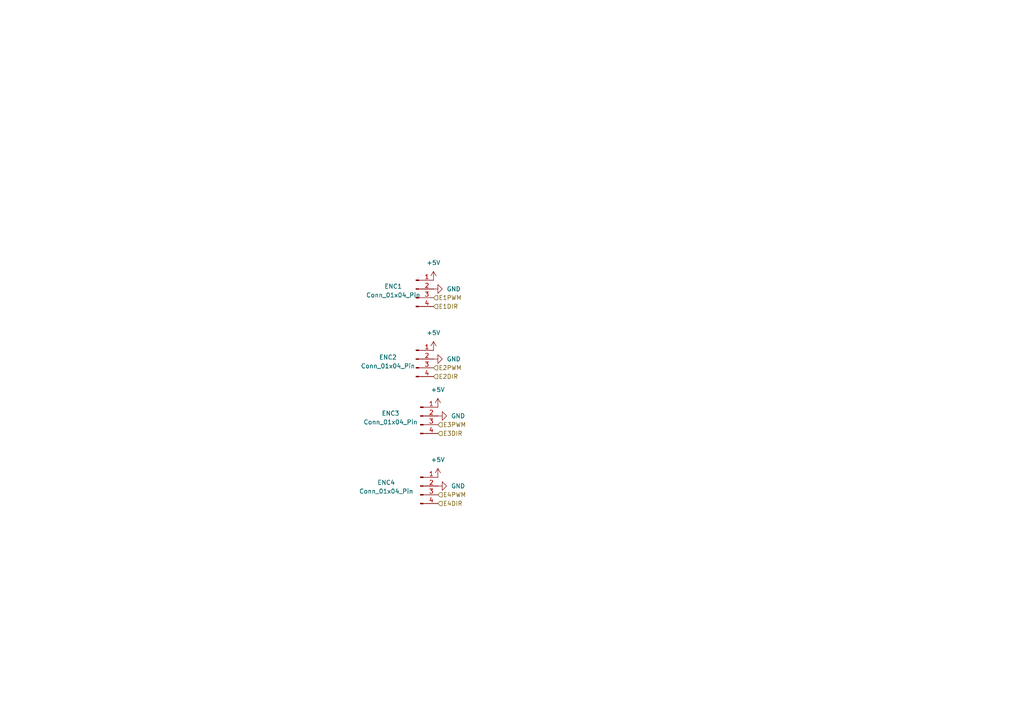
<source format=kicad_sch>
(kicad_sch
	(version 20231120)
	(generator "eeschema")
	(generator_version "8.0")
	(uuid "41220adb-d67f-46fc-b474-38f616000aeb")
	(paper "A4")
	(lib_symbols
		(symbol "Connector:Conn_01x04_Pin"
			(pin_names
				(offset 1.016) hide)
			(exclude_from_sim no)
			(in_bom yes)
			(on_board yes)
			(property "Reference" "J"
				(at 0 5.08 0)
				(effects
					(font
						(size 1.27 1.27)
					)
				)
			)
			(property "Value" "Conn_01x04_Pin"
				(at 0 -7.62 0)
				(effects
					(font
						(size 1.27 1.27)
					)
				)
			)
			(property "Footprint" ""
				(at 0 0 0)
				(effects
					(font
						(size 1.27 1.27)
					)
					(hide yes)
				)
			)
			(property "Datasheet" "~"
				(at 0 0 0)
				(effects
					(font
						(size 1.27 1.27)
					)
					(hide yes)
				)
			)
			(property "Description" "Generic connector, single row, 01x04, script generated"
				(at 0 0 0)
				(effects
					(font
						(size 1.27 1.27)
					)
					(hide yes)
				)
			)
			(property "ki_locked" ""
				(at 0 0 0)
				(effects
					(font
						(size 1.27 1.27)
					)
				)
			)
			(property "ki_keywords" "connector"
				(at 0 0 0)
				(effects
					(font
						(size 1.27 1.27)
					)
					(hide yes)
				)
			)
			(property "ki_fp_filters" "Connector*:*_1x??_*"
				(at 0 0 0)
				(effects
					(font
						(size 1.27 1.27)
					)
					(hide yes)
				)
			)
			(symbol "Conn_01x04_Pin_1_1"
				(polyline
					(pts
						(xy 1.27 -5.08) (xy 0.8636 -5.08)
					)
					(stroke
						(width 0.1524)
						(type default)
					)
					(fill
						(type none)
					)
				)
				(polyline
					(pts
						(xy 1.27 -2.54) (xy 0.8636 -2.54)
					)
					(stroke
						(width 0.1524)
						(type default)
					)
					(fill
						(type none)
					)
				)
				(polyline
					(pts
						(xy 1.27 0) (xy 0.8636 0)
					)
					(stroke
						(width 0.1524)
						(type default)
					)
					(fill
						(type none)
					)
				)
				(polyline
					(pts
						(xy 1.27 2.54) (xy 0.8636 2.54)
					)
					(stroke
						(width 0.1524)
						(type default)
					)
					(fill
						(type none)
					)
				)
				(rectangle
					(start 0.8636 -4.953)
					(end 0 -5.207)
					(stroke
						(width 0.1524)
						(type default)
					)
					(fill
						(type outline)
					)
				)
				(rectangle
					(start 0.8636 -2.413)
					(end 0 -2.667)
					(stroke
						(width 0.1524)
						(type default)
					)
					(fill
						(type outline)
					)
				)
				(rectangle
					(start 0.8636 0.127)
					(end 0 -0.127)
					(stroke
						(width 0.1524)
						(type default)
					)
					(fill
						(type outline)
					)
				)
				(rectangle
					(start 0.8636 2.667)
					(end 0 2.413)
					(stroke
						(width 0.1524)
						(type default)
					)
					(fill
						(type outline)
					)
				)
				(pin passive line
					(at 5.08 2.54 180)
					(length 3.81)
					(name "Pin_1"
						(effects
							(font
								(size 1.27 1.27)
							)
						)
					)
					(number "1"
						(effects
							(font
								(size 1.27 1.27)
							)
						)
					)
				)
				(pin passive line
					(at 5.08 0 180)
					(length 3.81)
					(name "Pin_2"
						(effects
							(font
								(size 1.27 1.27)
							)
						)
					)
					(number "2"
						(effects
							(font
								(size 1.27 1.27)
							)
						)
					)
				)
				(pin passive line
					(at 5.08 -2.54 180)
					(length 3.81)
					(name "Pin_3"
						(effects
							(font
								(size 1.27 1.27)
							)
						)
					)
					(number "3"
						(effects
							(font
								(size 1.27 1.27)
							)
						)
					)
				)
				(pin passive line
					(at 5.08 -5.08 180)
					(length 3.81)
					(name "Pin_4"
						(effects
							(font
								(size 1.27 1.27)
							)
						)
					)
					(number "4"
						(effects
							(font
								(size 1.27 1.27)
							)
						)
					)
				)
			)
		)
		(symbol "power:+5V"
			(power)
			(pin_numbers hide)
			(pin_names
				(offset 0) hide)
			(exclude_from_sim no)
			(in_bom yes)
			(on_board yes)
			(property "Reference" "#PWR"
				(at 0 -3.81 0)
				(effects
					(font
						(size 1.27 1.27)
					)
					(hide yes)
				)
			)
			(property "Value" "+5V"
				(at 0 3.556 0)
				(effects
					(font
						(size 1.27 1.27)
					)
				)
			)
			(property "Footprint" ""
				(at 0 0 0)
				(effects
					(font
						(size 1.27 1.27)
					)
					(hide yes)
				)
			)
			(property "Datasheet" ""
				(at 0 0 0)
				(effects
					(font
						(size 1.27 1.27)
					)
					(hide yes)
				)
			)
			(property "Description" "Power symbol creates a global label with name \"+5V\""
				(at 0 0 0)
				(effects
					(font
						(size 1.27 1.27)
					)
					(hide yes)
				)
			)
			(property "ki_keywords" "global power"
				(at 0 0 0)
				(effects
					(font
						(size 1.27 1.27)
					)
					(hide yes)
				)
			)
			(symbol "+5V_0_1"
				(polyline
					(pts
						(xy -0.762 1.27) (xy 0 2.54)
					)
					(stroke
						(width 0)
						(type default)
					)
					(fill
						(type none)
					)
				)
				(polyline
					(pts
						(xy 0 0) (xy 0 2.54)
					)
					(stroke
						(width 0)
						(type default)
					)
					(fill
						(type none)
					)
				)
				(polyline
					(pts
						(xy 0 2.54) (xy 0.762 1.27)
					)
					(stroke
						(width 0)
						(type default)
					)
					(fill
						(type none)
					)
				)
			)
			(symbol "+5V_1_1"
				(pin power_in line
					(at 0 0 90)
					(length 0)
					(name "~"
						(effects
							(font
								(size 1.27 1.27)
							)
						)
					)
					(number "1"
						(effects
							(font
								(size 1.27 1.27)
							)
						)
					)
				)
			)
		)
		(symbol "power:GND"
			(power)
			(pin_numbers hide)
			(pin_names
				(offset 0) hide)
			(exclude_from_sim no)
			(in_bom yes)
			(on_board yes)
			(property "Reference" "#PWR"
				(at 0 -6.35 0)
				(effects
					(font
						(size 1.27 1.27)
					)
					(hide yes)
				)
			)
			(property "Value" "GND"
				(at 0 -3.81 0)
				(effects
					(font
						(size 1.27 1.27)
					)
				)
			)
			(property "Footprint" ""
				(at 0 0 0)
				(effects
					(font
						(size 1.27 1.27)
					)
					(hide yes)
				)
			)
			(property "Datasheet" ""
				(at 0 0 0)
				(effects
					(font
						(size 1.27 1.27)
					)
					(hide yes)
				)
			)
			(property "Description" "Power symbol creates a global label with name \"GND\" , ground"
				(at 0 0 0)
				(effects
					(font
						(size 1.27 1.27)
					)
					(hide yes)
				)
			)
			(property "ki_keywords" "global power"
				(at 0 0 0)
				(effects
					(font
						(size 1.27 1.27)
					)
					(hide yes)
				)
			)
			(symbol "GND_0_1"
				(polyline
					(pts
						(xy 0 0) (xy 0 -1.27) (xy 1.27 -1.27) (xy 0 -2.54) (xy -1.27 -1.27) (xy 0 -1.27)
					)
					(stroke
						(width 0)
						(type default)
					)
					(fill
						(type none)
					)
				)
			)
			(symbol "GND_1_1"
				(pin power_in line
					(at 0 0 270)
					(length 0)
					(name "~"
						(effects
							(font
								(size 1.27 1.27)
							)
						)
					)
					(number "1"
						(effects
							(font
								(size 1.27 1.27)
							)
						)
					)
				)
			)
		)
	)
	(hierarchical_label "E3PWM"
		(shape input)
		(at 127 123.19 0)
		(fields_autoplaced yes)
		(effects
			(font
				(size 1.27 1.27)
			)
			(justify left)
		)
		(uuid "175b54be-814a-4b89-b778-aa45b4224499")
	)
	(hierarchical_label "E2DIR"
		(shape input)
		(at 125.73 109.22 0)
		(fields_autoplaced yes)
		(effects
			(font
				(size 1.27 1.27)
			)
			(justify left)
		)
		(uuid "2edcab8b-bda7-43b0-b33a-45aed8728a13")
	)
	(hierarchical_label "E2PWM"
		(shape input)
		(at 125.73 106.68 0)
		(fields_autoplaced yes)
		(effects
			(font
				(size 1.27 1.27)
			)
			(justify left)
		)
		(uuid "38349bbe-ffff-48d1-983b-8afe7d6cd797")
	)
	(hierarchical_label "E1PWM"
		(shape input)
		(at 125.73 86.36 0)
		(fields_autoplaced yes)
		(effects
			(font
				(size 1.27 1.27)
			)
			(justify left)
		)
		(uuid "3b6a821b-6c46-49e5-aa97-fd87f9732d35")
	)
	(hierarchical_label "E3DIR"
		(shape input)
		(at 127 125.73 0)
		(fields_autoplaced yes)
		(effects
			(font
				(size 1.27 1.27)
			)
			(justify left)
		)
		(uuid "7aa2ce9c-5b7a-49d9-a6ed-f8855b17c15a")
	)
	(hierarchical_label "E4DIR"
		(shape input)
		(at 127 146.05 0)
		(fields_autoplaced yes)
		(effects
			(font
				(size 1.27 1.27)
			)
			(justify left)
		)
		(uuid "85c81f75-8abf-4d54-a2d8-eb2e88dc444f")
	)
	(hierarchical_label "E1DIR"
		(shape input)
		(at 125.73 88.9 0)
		(fields_autoplaced yes)
		(effects
			(font
				(size 1.27 1.27)
			)
			(justify left)
		)
		(uuid "e3582828-df4c-47d6-88ed-463653b731df")
	)
	(hierarchical_label "E4PWM"
		(shape input)
		(at 127 143.51 0)
		(fields_autoplaced yes)
		(effects
			(font
				(size 1.27 1.27)
			)
			(justify left)
		)
		(uuid "ebccca5d-1222-4511-9294-61d8e620b1f8")
	)
	(symbol
		(lib_id "power:+5V")
		(at 125.73 101.6 0)
		(unit 1)
		(exclude_from_sim no)
		(in_bom yes)
		(on_board yes)
		(dnp no)
		(fields_autoplaced yes)
		(uuid "03d0c264-9583-4742-b563-905615e2e6b9")
		(property "Reference" "#PWR022"
			(at 125.73 105.41 0)
			(effects
				(font
					(size 1.27 1.27)
				)
				(hide yes)
			)
		)
		(property "Value" "+5V"
			(at 125.73 96.52 0)
			(effects
				(font
					(size 1.27 1.27)
				)
			)
		)
		(property "Footprint" ""
			(at 125.73 101.6 0)
			(effects
				(font
					(size 1.27 1.27)
				)
				(hide yes)
			)
		)
		(property "Datasheet" ""
			(at 125.73 101.6 0)
			(effects
				(font
					(size 1.27 1.27)
				)
				(hide yes)
			)
		)
		(property "Description" "Power symbol creates a global label with name \"+5V\""
			(at 125.73 101.6 0)
			(effects
				(font
					(size 1.27 1.27)
				)
				(hide yes)
			)
		)
		(pin "1"
			(uuid "1fed9d01-896b-4e1a-ada1-92d5d5c598cc")
		)
		(instances
			(project "PCB_CDFR"
				(path "/3c3cb7cd-e8cc-430c-ac5b-45b76eff6266/ed53bf4e-548e-47e8-989a-d3cfce8faee9"
					(reference "#PWR022")
					(unit 1)
				)
			)
		)
	)
	(symbol
		(lib_id "power:+5V")
		(at 125.73 81.28 0)
		(unit 1)
		(exclude_from_sim no)
		(in_bom yes)
		(on_board yes)
		(dnp no)
		(fields_autoplaced yes)
		(uuid "08403f99-f5e6-48a5-984f-6cca8fcd9615")
		(property "Reference" "#PWR010"
			(at 125.73 85.09 0)
			(effects
				(font
					(size 1.27 1.27)
				)
				(hide yes)
			)
		)
		(property "Value" "+5V"
			(at 125.73 76.2 0)
			(effects
				(font
					(size 1.27 1.27)
				)
			)
		)
		(property "Footprint" ""
			(at 125.73 81.28 0)
			(effects
				(font
					(size 1.27 1.27)
				)
				(hide yes)
			)
		)
		(property "Datasheet" ""
			(at 125.73 81.28 0)
			(effects
				(font
					(size 1.27 1.27)
				)
				(hide yes)
			)
		)
		(property "Description" "Power symbol creates a global label with name \"+5V\""
			(at 125.73 81.28 0)
			(effects
				(font
					(size 1.27 1.27)
				)
				(hide yes)
			)
		)
		(pin "1"
			(uuid "767ee3a0-3604-421f-9805-bb76abecc3ae")
		)
		(instances
			(project "PCB_CDFR"
				(path "/3c3cb7cd-e8cc-430c-ac5b-45b76eff6266/ed53bf4e-548e-47e8-989a-d3cfce8faee9"
					(reference "#PWR010")
					(unit 1)
				)
			)
		)
	)
	(symbol
		(lib_id "Connector:Conn_01x04_Pin")
		(at 120.65 104.14 0)
		(unit 1)
		(exclude_from_sim no)
		(in_bom yes)
		(on_board yes)
		(dnp no)
		(uuid "385a24d0-45b4-4e2e-a7d5-3f400fdaaba3")
		(property "Reference" "ENC2"
			(at 112.522 103.632 0)
			(effects
				(font
					(size 1.27 1.27)
				)
			)
		)
		(property "Value" "Conn_01x04_Pin"
			(at 112.522 106.172 0)
			(effects
				(font
					(size 1.27 1.27)
				)
			)
		)
		(property "Footprint" "Connector_JST:JST_XH_B4B-XH-A_1x04_P2.50mm_Vertical"
			(at 120.65 104.14 0)
			(effects
				(font
					(size 1.27 1.27)
				)
				(hide yes)
			)
		)
		(property "Datasheet" "~"
			(at 120.65 104.14 0)
			(effects
				(font
					(size 1.27 1.27)
				)
				(hide yes)
			)
		)
		(property "Description" "Generic connector, single row, 01x04, script generated"
			(at 120.65 104.14 0)
			(effects
				(font
					(size 1.27 1.27)
				)
				(hide yes)
			)
		)
		(pin "2"
			(uuid "f9a45437-246e-4dd9-9bdb-7a68e275b2ae")
		)
		(pin "3"
			(uuid "0c207e86-cafe-4f7f-8233-4618079fda08")
		)
		(pin "1"
			(uuid "72610a0e-5810-4bf2-b1bf-6d1ff4c0e292")
		)
		(pin "4"
			(uuid "c78ba5c6-27cc-4a76-aeac-e915fe96df98")
		)
		(instances
			(project "PCB_CDFR"
				(path "/3c3cb7cd-e8cc-430c-ac5b-45b76eff6266/ed53bf4e-548e-47e8-989a-d3cfce8faee9"
					(reference "ENC2")
					(unit 1)
				)
			)
		)
	)
	(symbol
		(lib_id "power:GND")
		(at 125.73 104.14 90)
		(unit 1)
		(exclude_from_sim no)
		(in_bom yes)
		(on_board yes)
		(dnp no)
		(fields_autoplaced yes)
		(uuid "6e697171-ce22-4b03-84f8-bb346961cf33")
		(property "Reference" "#PWR023"
			(at 132.08 104.14 0)
			(effects
				(font
					(size 1.27 1.27)
				)
				(hide yes)
			)
		)
		(property "Value" "GND"
			(at 129.54 104.1399 90)
			(effects
				(font
					(size 1.27 1.27)
				)
				(justify right)
			)
		)
		(property "Footprint" ""
			(at 125.73 104.14 0)
			(effects
				(font
					(size 1.27 1.27)
				)
				(hide yes)
			)
		)
		(property "Datasheet" ""
			(at 125.73 104.14 0)
			(effects
				(font
					(size 1.27 1.27)
				)
				(hide yes)
			)
		)
		(property "Description" "Power symbol creates a global label with name \"GND\" , ground"
			(at 125.73 104.14 0)
			(effects
				(font
					(size 1.27 1.27)
				)
				(hide yes)
			)
		)
		(pin "1"
			(uuid "8ab4e5e6-f438-4349-9feb-8414baa0aa0b")
		)
		(instances
			(project "PCB_CDFR"
				(path "/3c3cb7cd-e8cc-430c-ac5b-45b76eff6266/ed53bf4e-548e-47e8-989a-d3cfce8faee9"
					(reference "#PWR023")
					(unit 1)
				)
			)
		)
	)
	(symbol
		(lib_id "power:+5V")
		(at 127 138.43 0)
		(unit 1)
		(exclude_from_sim no)
		(in_bom yes)
		(on_board yes)
		(dnp no)
		(fields_autoplaced yes)
		(uuid "70f59a91-f488-4d20-bcf8-f294b841b0ac")
		(property "Reference" "#PWR052"
			(at 127 142.24 0)
			(effects
				(font
					(size 1.27 1.27)
				)
				(hide yes)
			)
		)
		(property "Value" "+5V"
			(at 127 133.35 0)
			(effects
				(font
					(size 1.27 1.27)
				)
			)
		)
		(property "Footprint" ""
			(at 127 138.43 0)
			(effects
				(font
					(size 1.27 1.27)
				)
				(hide yes)
			)
		)
		(property "Datasheet" ""
			(at 127 138.43 0)
			(effects
				(font
					(size 1.27 1.27)
				)
				(hide yes)
			)
		)
		(property "Description" "Power symbol creates a global label with name \"+5V\""
			(at 127 138.43 0)
			(effects
				(font
					(size 1.27 1.27)
				)
				(hide yes)
			)
		)
		(pin "1"
			(uuid "c8d7d1b6-6a63-405e-b762-3098821c9452")
		)
		(instances
			(project "PCB_CDFR"
				(path "/3c3cb7cd-e8cc-430c-ac5b-45b76eff6266/ed53bf4e-548e-47e8-989a-d3cfce8faee9"
					(reference "#PWR052")
					(unit 1)
				)
			)
		)
	)
	(symbol
		(lib_id "Connector:Conn_01x04_Pin")
		(at 120.65 83.82 0)
		(unit 1)
		(exclude_from_sim no)
		(in_bom yes)
		(on_board yes)
		(dnp no)
		(uuid "72fdf503-3a25-4ece-8a40-f88269d9f149")
		(property "Reference" "ENC1"
			(at 114.046 83.058 0)
			(effects
				(font
					(size 1.27 1.27)
				)
			)
		)
		(property "Value" "Conn_01x04_Pin"
			(at 114.046 85.598 0)
			(effects
				(font
					(size 1.27 1.27)
				)
			)
		)
		(property "Footprint" "Connector_JST:JST_XH_B4B-XH-A_1x04_P2.50mm_Vertical"
			(at 120.65 83.82 0)
			(effects
				(font
					(size 1.27 1.27)
				)
				(hide yes)
			)
		)
		(property "Datasheet" "~"
			(at 120.65 83.82 0)
			(effects
				(font
					(size 1.27 1.27)
				)
				(hide yes)
			)
		)
		(property "Description" "Generic connector, single row, 01x04, script generated"
			(at 120.65 83.82 0)
			(effects
				(font
					(size 1.27 1.27)
				)
				(hide yes)
			)
		)
		(pin "2"
			(uuid "a2f223a8-ccb6-4cc2-a4d1-2d2e9ba16984")
		)
		(pin "3"
			(uuid "ecc1219b-176b-4282-838b-33f0bb4df76c")
		)
		(pin "1"
			(uuid "129dfa3f-91ff-415f-bba5-9e9c2fda0f57")
		)
		(pin "4"
			(uuid "7fcb08ce-3cb2-4553-875c-3aa04176d3a2")
		)
		(instances
			(project ""
				(path "/3c3cb7cd-e8cc-430c-ac5b-45b76eff6266/ed53bf4e-548e-47e8-989a-d3cfce8faee9"
					(reference "ENC1")
					(unit 1)
				)
			)
		)
	)
	(symbol
		(lib_id "Connector:Conn_01x04_Pin")
		(at 121.92 140.97 0)
		(unit 1)
		(exclude_from_sim no)
		(in_bom yes)
		(on_board yes)
		(dnp no)
		(uuid "7b4db186-1bd9-400b-869f-d2ce912f651e")
		(property "Reference" "ENC4"
			(at 112.014 139.954 0)
			(effects
				(font
					(size 1.27 1.27)
				)
			)
		)
		(property "Value" "Conn_01x04_Pin"
			(at 112.014 142.494 0)
			(effects
				(font
					(size 1.27 1.27)
				)
			)
		)
		(property "Footprint" "Connector_JST:JST_XH_B4B-XH-A_1x04_P2.50mm_Vertical"
			(at 121.92 140.97 0)
			(effects
				(font
					(size 1.27 1.27)
				)
				(hide yes)
			)
		)
		(property "Datasheet" "~"
			(at 121.92 140.97 0)
			(effects
				(font
					(size 1.27 1.27)
				)
				(hide yes)
			)
		)
		(property "Description" "Generic connector, single row, 01x04, script generated"
			(at 121.92 140.97 0)
			(effects
				(font
					(size 1.27 1.27)
				)
				(hide yes)
			)
		)
		(pin "2"
			(uuid "8f684de3-c372-4d3e-aa5f-cbd14a7f7751")
		)
		(pin "3"
			(uuid "a77de0d6-594d-495b-bd5d-8a74ed60d73c")
		)
		(pin "1"
			(uuid "0088848e-adbb-4f36-99d7-0c5623aa83a4")
		)
		(pin "4"
			(uuid "5e2b915c-33b6-47ff-bf9d-704f17d749bd")
		)
		(instances
			(project "PCB_CDFR"
				(path "/3c3cb7cd-e8cc-430c-ac5b-45b76eff6266/ed53bf4e-548e-47e8-989a-d3cfce8faee9"
					(reference "ENC4")
					(unit 1)
				)
			)
		)
	)
	(symbol
		(lib_id "power:GND")
		(at 127 120.65 90)
		(unit 1)
		(exclude_from_sim no)
		(in_bom yes)
		(on_board yes)
		(dnp no)
		(fields_autoplaced yes)
		(uuid "cb07eaf7-1de9-4af2-ab21-9002a8cdb22c")
		(property "Reference" "#PWR051"
			(at 133.35 120.65 0)
			(effects
				(font
					(size 1.27 1.27)
				)
				(hide yes)
			)
		)
		(property "Value" "GND"
			(at 130.81 120.6499 90)
			(effects
				(font
					(size 1.27 1.27)
				)
				(justify right)
			)
		)
		(property "Footprint" ""
			(at 127 120.65 0)
			(effects
				(font
					(size 1.27 1.27)
				)
				(hide yes)
			)
		)
		(property "Datasheet" ""
			(at 127 120.65 0)
			(effects
				(font
					(size 1.27 1.27)
				)
				(hide yes)
			)
		)
		(property "Description" "Power symbol creates a global label with name \"GND\" , ground"
			(at 127 120.65 0)
			(effects
				(font
					(size 1.27 1.27)
				)
				(hide yes)
			)
		)
		(pin "1"
			(uuid "6ef42a61-aced-482a-9279-8b39d2e2c8c7")
		)
		(instances
			(project "PCB_CDFR"
				(path "/3c3cb7cd-e8cc-430c-ac5b-45b76eff6266/ed53bf4e-548e-47e8-989a-d3cfce8faee9"
					(reference "#PWR051")
					(unit 1)
				)
			)
		)
	)
	(symbol
		(lib_id "power:+5V")
		(at 127 118.11 0)
		(unit 1)
		(exclude_from_sim no)
		(in_bom yes)
		(on_board yes)
		(dnp no)
		(fields_autoplaced yes)
		(uuid "cb0f2c41-b5d4-47b9-a765-110658e1d851")
		(property "Reference" "#PWR038"
			(at 127 121.92 0)
			(effects
				(font
					(size 1.27 1.27)
				)
				(hide yes)
			)
		)
		(property "Value" "+5V"
			(at 127 113.03 0)
			(effects
				(font
					(size 1.27 1.27)
				)
			)
		)
		(property "Footprint" ""
			(at 127 118.11 0)
			(effects
				(font
					(size 1.27 1.27)
				)
				(hide yes)
			)
		)
		(property "Datasheet" ""
			(at 127 118.11 0)
			(effects
				(font
					(size 1.27 1.27)
				)
				(hide yes)
			)
		)
		(property "Description" "Power symbol creates a global label with name \"+5V\""
			(at 127 118.11 0)
			(effects
				(font
					(size 1.27 1.27)
				)
				(hide yes)
			)
		)
		(pin "1"
			(uuid "0f0c1650-9f05-4dee-9f3b-08e2469117e1")
		)
		(instances
			(project "PCB_CDFR"
				(path "/3c3cb7cd-e8cc-430c-ac5b-45b76eff6266/ed53bf4e-548e-47e8-989a-d3cfce8faee9"
					(reference "#PWR038")
					(unit 1)
				)
			)
		)
	)
	(symbol
		(lib_id "power:GND")
		(at 125.73 83.82 90)
		(unit 1)
		(exclude_from_sim no)
		(in_bom yes)
		(on_board yes)
		(dnp no)
		(fields_autoplaced yes)
		(uuid "dfda01f8-89eb-4359-9f43-28d1ba8319a1")
		(property "Reference" "#PWR011"
			(at 132.08 83.82 0)
			(effects
				(font
					(size 1.27 1.27)
				)
				(hide yes)
			)
		)
		(property "Value" "GND"
			(at 129.54 83.8199 90)
			(effects
				(font
					(size 1.27 1.27)
				)
				(justify right)
			)
		)
		(property "Footprint" ""
			(at 125.73 83.82 0)
			(effects
				(font
					(size 1.27 1.27)
				)
				(hide yes)
			)
		)
		(property "Datasheet" ""
			(at 125.73 83.82 0)
			(effects
				(font
					(size 1.27 1.27)
				)
				(hide yes)
			)
		)
		(property "Description" "Power symbol creates a global label with name \"GND\" , ground"
			(at 125.73 83.82 0)
			(effects
				(font
					(size 1.27 1.27)
				)
				(hide yes)
			)
		)
		(pin "1"
			(uuid "a13ad4be-adaf-4b92-9a7c-d01973a81f48")
		)
		(instances
			(project "PCB_CDFR"
				(path "/3c3cb7cd-e8cc-430c-ac5b-45b76eff6266/ed53bf4e-548e-47e8-989a-d3cfce8faee9"
					(reference "#PWR011")
					(unit 1)
				)
			)
		)
	)
	(symbol
		(lib_id "Connector:Conn_01x04_Pin")
		(at 121.92 120.65 0)
		(unit 1)
		(exclude_from_sim no)
		(in_bom yes)
		(on_board yes)
		(dnp no)
		(uuid "f7fbdfe4-1456-4ea5-8a7e-6389389429d6")
		(property "Reference" "ENC3"
			(at 113.284 119.888 0)
			(effects
				(font
					(size 1.27 1.27)
				)
			)
		)
		(property "Value" "Conn_01x04_Pin"
			(at 113.284 122.428 0)
			(effects
				(font
					(size 1.27 1.27)
				)
			)
		)
		(property "Footprint" "Connector_JST:JST_XH_B4B-XH-A_1x04_P2.50mm_Vertical"
			(at 121.92 120.65 0)
			(effects
				(font
					(size 1.27 1.27)
				)
				(hide yes)
			)
		)
		(property "Datasheet" "~"
			(at 121.92 120.65 0)
			(effects
				(font
					(size 1.27 1.27)
				)
				(hide yes)
			)
		)
		(property "Description" "Generic connector, single row, 01x04, script generated"
			(at 121.92 120.65 0)
			(effects
				(font
					(size 1.27 1.27)
				)
				(hide yes)
			)
		)
		(pin "2"
			(uuid "89599c72-0653-4a8b-80af-0575789c6b8c")
		)
		(pin "3"
			(uuid "bc6981d9-65b2-429a-b9ed-49bb1399992e")
		)
		(pin "1"
			(uuid "68a104a9-88c3-4831-8fb8-4c5b6af0fcf5")
		)
		(pin "4"
			(uuid "1d755fca-1af6-4433-90ed-dd6f6bbbcbc7")
		)
		(instances
			(project "PCB_CDFR"
				(path "/3c3cb7cd-e8cc-430c-ac5b-45b76eff6266/ed53bf4e-548e-47e8-989a-d3cfce8faee9"
					(reference "ENC3")
					(unit 1)
				)
			)
		)
	)
	(symbol
		(lib_id "power:GND")
		(at 127 140.97 90)
		(unit 1)
		(exclude_from_sim no)
		(in_bom yes)
		(on_board yes)
		(dnp no)
		(fields_autoplaced yes)
		(uuid "ffcaea54-909a-4e38-9f04-d3b1ceb05cdc")
		(property "Reference" "#PWR053"
			(at 133.35 140.97 0)
			(effects
				(font
					(size 1.27 1.27)
				)
				(hide yes)
			)
		)
		(property "Value" "GND"
			(at 130.81 140.9699 90)
			(effects
				(font
					(size 1.27 1.27)
				)
				(justify right)
			)
		)
		(property "Footprint" ""
			(at 127 140.97 0)
			(effects
				(font
					(size 1.27 1.27)
				)
				(hide yes)
			)
		)
		(property "Datasheet" ""
			(at 127 140.97 0)
			(effects
				(font
					(size 1.27 1.27)
				)
				(hide yes)
			)
		)
		(property "Description" "Power symbol creates a global label with name \"GND\" , ground"
			(at 127 140.97 0)
			(effects
				(font
					(size 1.27 1.27)
				)
				(hide yes)
			)
		)
		(pin "1"
			(uuid "42c4247f-8d78-4281-8327-c00012799b6d")
		)
		(instances
			(project "PCB_CDFR"
				(path "/3c3cb7cd-e8cc-430c-ac5b-45b76eff6266/ed53bf4e-548e-47e8-989a-d3cfce8faee9"
					(reference "#PWR053")
					(unit 1)
				)
			)
		)
	)
)

</source>
